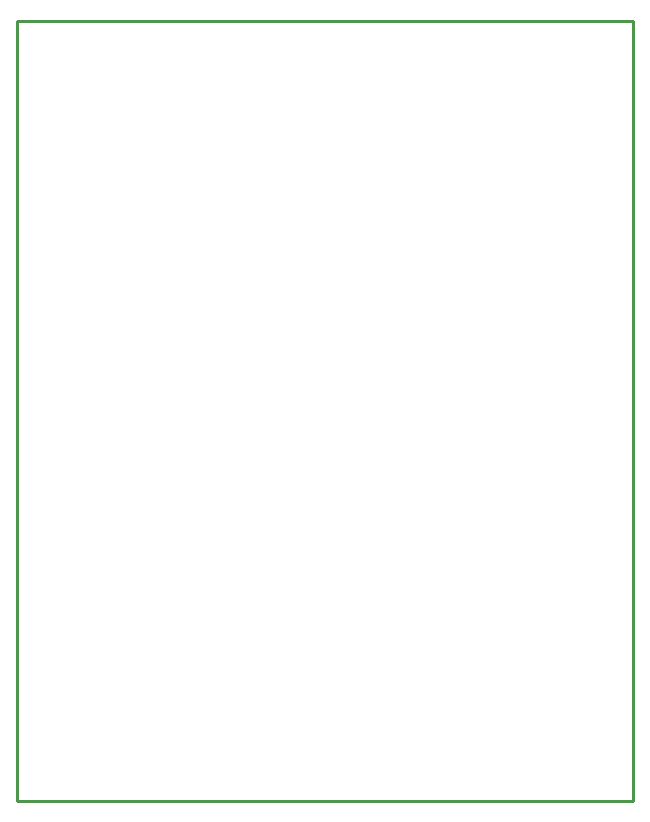
<source format=gm1>
G04 Layer_Color=16711935*
%FSLAX25Y25*%
%MOIN*%
G70*
G01*
G75*
%ADD19C,0.01000*%
D19*
X100500Y100000D02*
Y360000D01*
X306000D01*
Y100000D02*
Y360000D01*
X100500Y100000D02*
X306000D01*
M02*

</source>
